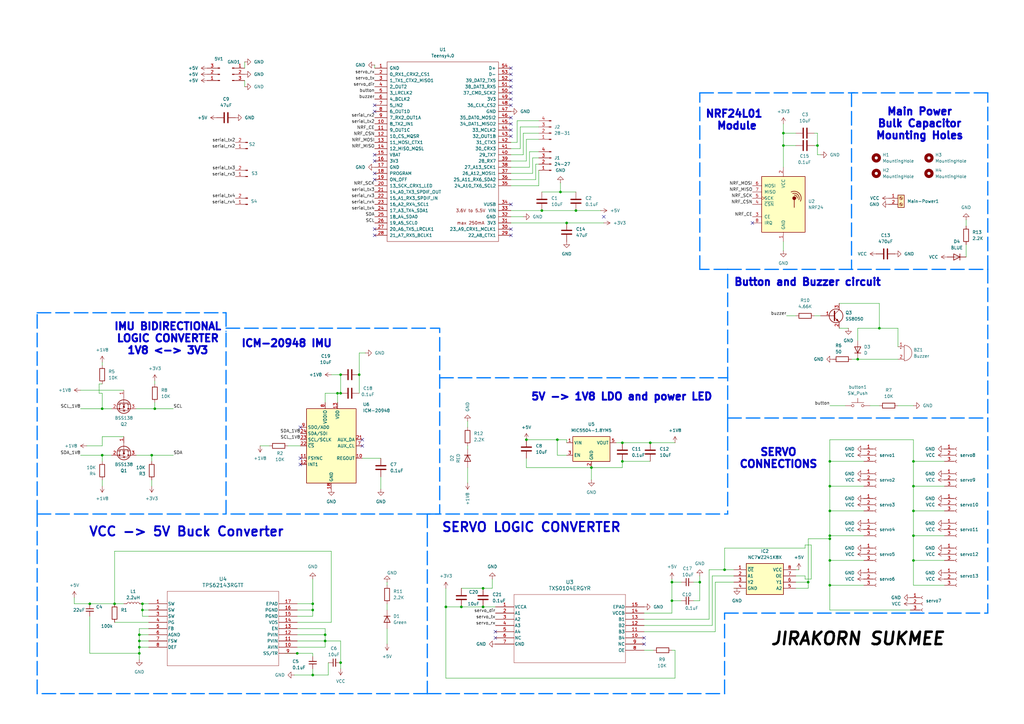
<source format=kicad_sch>
(kicad_sch (version 20231120) (generator "eeschema") (generator_version "8.0")
  (paper "A3")
  (title_block (title "Teensy 4.0 Serial Servo Controller") (date "2025-01-12") (rev "V0.2"))
  (junction (at 321.31 59.69))
  (junction (at 138.43 161.29))
  (junction (at 340.36 229.87))
  (junction (at 139.7 153.67))
  (junction (at 232.41 91.44))
  (junction (at 335.28 59.69))
  (junction (at 128.27 250.19))
  (junction (at 255.27 189.23))
  (junction (at 62.23 186.69))
  (junction (at 360.68 134.62))
  (junction (at 215.9 180.34))
  (junction (at 222.25 86.36))
  (junction (at 374.65 209.55))
  (junction (at 57.15 262.89))
  (junction (at 198.12 241.3))
  (junction (at 255.27 181.61))
  (junction (at 63.5 167.64))
  (junction (at 133.35 262.89))
  (junction (at 229.87 78.74))
  (junction (at 275.59 238.76))
  (junction (at 340.36 189.23))
  (junction (at 139.7 271.78))
  (junction (at 57.15 265.43))
  (junction (at 189.23 248.92))
  (junction (at 374.65 199.39))
  (junction (at 147.32 153.67))
  (junction (at 121.92 267.97))
  (junction (at 133.35 260.35))
  (junction (at 46.99 247.65))
  (junction (at 374.65 219.71))
  (junction (at 374.65 189.23))
  (junction (at 266.7 181.61))
  (junction (at 58.42 250.19))
  (junction (at 321.31 54.61))
  (junction (at 374.65 229.87))
  (junction (at 236.22 86.36))
  (junction (at 331.47 238.76))
  (junction (at 128.27 247.65))
  (junction (at 275.59 246.38))
  (junction (at 57.15 260.35))
  (junction (at 228.6 180.34))
  (junction (at 182.88 248.92))
  (junction (at 340.36 209.55))
  (junction (at 287.02 238.76))
  (junction (at 340.36 199.39))
  (junction (at 340.36 240.03))
  (junction (at 340.36 220.98))
  (junction (at 36.83 247.65))
  (junction (at 128.27 276.86))
  (junction (at 351.79 147.32))
  (junction (at 41.91 167.64))
  (junction (at 58.42 247.65))
  (junction (at 340.36 219.71))
  (junction (at 198.12 248.92))
  (junction (at 297.18 233.68))
  (junction (at 41.91 186.69))
  (junction (at 139.7 161.29))
  (junction (at 242.57 191.77))
  (junction (at 57.15 267.97))
  (no_connect (at 209.55 55.88))
  (no_connect (at 148.59 180.34))
  (no_connect (at 247.65 88.9))
  (no_connect (at 308.61 91.44))
  (no_connect (at 153.67 43.18))
  (no_connect (at 264.16 261.62))
  (no_connect (at 153.67 96.52))
  (no_connect (at 209.55 35.56))
  (no_connect (at 209.55 43.18))
  (no_connect (at 209.55 38.1))
  (no_connect (at 123.19 175.26))
  (no_connect (at 209.55 53.34))
  (no_connect (at 153.67 93.98))
  (no_connect (at 203.2 261.62))
  (no_connect (at 209.55 93.98))
  (no_connect (at 148.59 182.88))
  (no_connect (at 209.55 96.52))
  (no_connect (at 209.55 33.02))
  (no_connect (at 209.55 27.94))
  (no_connect (at 123.19 190.5))
  (no_connect (at 264.16 264.16))
  (no_connect (at 123.19 187.96))
  (no_connect (at 153.67 63.5))
  (no_connect (at 209.55 83.82))
  (no_connect (at 153.67 45.72))
  (no_connect (at 209.55 50.8))
  (no_connect (at 209.55 40.64))
  (no_connect (at 153.67 73.66))
  (no_connect (at 209.55 30.48))
  (no_connect (at 153.67 66.04))
  (no_connect (at 203.2 259.08))
  (no_connect (at 209.55 48.26))
  (no_connect (at 153.67 71.12))
  (wire (pts (xy 40.64 161.29) (xy 41.91 161.29)))
  (wire (pts (xy 326.39 238.76) (xy 331.47 238.76)))
  (wire (pts (xy 58.42 250.19) (xy 60.96 250.19)))
  (polyline (pts (xy 298.45 110.49) (xy 405.13 110.49)) (stroke (width 0.508) (type dash) (color 0 125 255 1)))
  (wire (pts (xy 191.77 198.12) (xy 191.77 191.77)))
  (wire (pts (xy 334.01 54.61) (xy 335.28 54.61)))
  (wire (pts (xy 63.5 167.64) (xy 63.5 165.1)))
  (wire (pts (xy 100.33 25.4) (xy 100.33 27.94)))
  (wire (pts (xy 330.2 236.22) (xy 326.39 236.22)))
  (wire (pts (xy 374.65 189.23) (xy 374.65 199.39)))
  (wire (pts (xy 374.65 189.23) (xy 387.35 189.23)))
  (wire (pts (xy 46.99 226.06) (xy 46.99 247.65)))
  (wire (pts (xy 209.55 73.66) (xy 219.71 73.66)))
  (wire (pts (xy 219.71 73.66) (xy 219.71 67.31)))
  (polyline (pts (xy 298.45 110.49) (xy 287.02 110.49)) (stroke (width 0.508) (type dash) (color 0 125 255 1)))
  (wire (pts (xy 58.42 250.19) (xy 58.42 252.73)))
  (polyline (pts (xy 92.71 128.27) (xy 92.71 135.89)) (stroke (width 0.508) (type dash) (color 0 125 255 1)))
  (wire (pts (xy 182.88 248.92) (xy 182.88 278.13)))
  (wire (pts (xy 158.75 247.65) (xy 158.75 250.19)))
  (polyline (pts (xy 175.26 284.48) (xy 297.18 284.48)) (stroke (width 0.508) (type dash) (color 0 125 255 1)))
  (wire (pts (xy 139.7 271.78) (xy 139.7 274.32)))
  (wire (pts (xy 351.79 139.7) (xy 351.79 134.62)))
  (wire (pts (xy 351.79 147.32) (xy 368.3 147.32)))
  (wire (pts (xy 214.63 54.61) (xy 220.98 54.61)))
  (wire (pts (xy 41.91 186.69) (xy 33.02 186.69)))
  (wire (pts (xy 198.12 248.92) (xy 189.23 248.92)))
  (wire (pts (xy 128.27 267.97) (xy 128.27 269.24)))
  (wire (pts (xy 158.75 238.76) (xy 158.75 240.03)))
  (polyline (pts (xy 15.24 128.27) (xy 92.71 128.27)) (stroke (width 0.508) (type dash) (color 0 125 255 1)))
  (wire (pts (xy 41.91 161.29) (xy 41.91 167.64)))
  (wire (pts (xy 340.36 240.03) (xy 340.36 250.19)))
  (wire (pts (xy 368.3 166.37) (xy 374.65 166.37)))
  (wire (pts (xy 396.24 90.17) (xy 396.24 92.71)))
  (wire (pts (xy 158.75 264.16) (xy 158.75 257.81)))
  (wire (pts (xy 340.36 180.34) (xy 340.36 189.23)))
  (wire (pts (xy 266.7 181.61) (xy 276.86 181.61)))
  (wire (pts (xy 60.96 257.81) (xy 57.15 257.81)))
  (polyline (pts (xy 175.26 210.82) (xy 298.45 210.82)) (stroke (width 0.508) (type dash) (color 0 125 255 1)))
  (wire (pts (xy 100.33 35.56) (xy 100.33 33.02)))
  (wire (pts (xy 36.83 247.65) (xy 46.99 247.65)))
  (wire (pts (xy 128.27 276.86) (xy 128.27 274.32)))
  (wire (pts (xy 215.9 57.15) (xy 220.98 57.15)))
  (wire (pts (xy 147.32 153.67) (xy 147.32 144.78)))
  (wire (pts (xy 133.35 257.81) (xy 133.35 260.35)))
  (wire (pts (xy 182.88 278.13) (xy 276.86 278.13)))
  (wire (pts (xy 344.17 124.46) (xy 360.68 124.46)))
  (wire (pts (xy 340.36 166.37) (xy 346.71 166.37)))
  (wire (pts (xy 58.42 247.65) (xy 58.42 250.19)))
  (wire (pts (xy 229.87 78.74) (xy 236.22 78.74)))
  (wire (pts (xy 215.9 66.04) (xy 215.9 57.15)))
  (wire (pts (xy 297.18 233.68) (xy 297.18 224.79)))
  (wire (pts (xy 209.55 58.42) (xy 212.09 58.42)))
  (wire (pts (xy 321.31 54.61) (xy 321.31 59.69)))
  (wire (pts (xy 41.91 167.64) (xy 45.72 167.64)))
  (wire (pts (xy 41.91 199.39) (xy 41.91 196.85)))
  (wire (pts (xy 331.47 238.76) (xy 331.47 241.3)))
  (wire (pts (xy 275.59 246.38) (xy 275.59 251.46)))
  (wire (pts (xy 374.65 180.34) (xy 374.65 189.23)))
  (wire (pts (xy 374.65 229.87) (xy 387.35 229.87)))
  (wire (pts (xy 229.87 74.93) (xy 229.87 78.74)))
  (wire (pts (xy 209.55 63.5) (xy 214.63 63.5)))
  (wire (pts (xy 279.4 246.38) (xy 275.59 246.38)))
  (wire (pts (xy 212.09 58.42) (xy 212.09 49.53)))
  (wire (pts (xy 264.16 254) (xy 290.83 254)))
  (wire (pts (xy 209.55 86.36) (xy 222.25 86.36)))
  (wire (pts (xy 228.6 180.34) (xy 232.41 180.34)))
  (wire (pts (xy 45.72 186.69) (xy 41.91 186.69)))
  (polyline (pts (xy 15.24 210.82) (xy 92.71 210.82)) (stroke (width 0.508) (type dash) (color 0 125 255 1)))
  (wire (pts (xy 121.92 260.35) (xy 133.35 260.35)))
  (wire (pts (xy 326.39 233.68) (xy 327.66 233.68)))
  (polyline (pts (xy 405.13 171.45) (xy 405.13 251.46)) (stroke (width 0.508) (type dash) (color 0 125 255 1)))
  (wire (pts (xy 321.31 59.69) (xy 321.31 68.58)))
  (wire (pts (xy 118.11 182.88) (xy 123.19 182.88)))
  (wire (pts (xy 58.42 247.65) (xy 60.96 247.65)))
  (wire (pts (xy 134.62 276.86) (xy 128.27 276.86)))
  (wire (pts (xy 215.9 191.77) (xy 242.57 191.77)))
  (wire (pts (xy 50.8 160.02) (xy 33.02 160.02)))
  (polyline (pts (xy 405.13 110.49) (xy 405.13 38.1)) (stroke (width 0.508) (type dash) (color 0 125 255 1)))
  (wire (pts (xy 218.44 64.77) (xy 220.98 64.77)))
  (wire (pts (xy 232.41 180.34) (xy 232.41 181.61)))
  (wire (pts (xy 349.25 147.32) (xy 351.79 147.32)))
  (wire (pts (xy 139.7 153.67) (xy 139.7 161.29)))
  (wire (pts (xy 120.65 276.86) (xy 128.27 276.86)))
  (wire (pts (xy 236.22 86.36) (xy 246.38 86.36)))
  (polyline (pts (xy 180.34 154.94) (xy 298.45 154.94)) (stroke (width 0.508) (type dash) (color 0 125 255 1)))
  (wire (pts (xy 321.31 50.8) (xy 321.31 54.61)))
  (wire (pts (xy 57.15 260.35) (xy 57.15 262.89)))
  (wire (pts (xy 46.99 247.65) (xy 50.8 247.65)))
  (wire (pts (xy 121.92 247.65) (xy 128.27 247.65)))
  (wire (pts (xy 300.99 241.3) (xy 302.26 241.3)))
  (wire (pts (xy 264.16 259.08) (xy 293.37 259.08)))
  (wire (pts (xy 297.18 233.68) (xy 300.99 233.68)))
  (wire (pts (xy 264.16 256.54) (xy 292.1 256.54)))
  (wire (pts (xy 292.1 236.22) (xy 300.99 236.22)))
  (wire (pts (xy 293.37 259.08) (xy 293.37 238.76)))
  (wire (pts (xy 360.68 166.37) (xy 356.87 166.37)))
  (wire (pts (xy 290.83 254) (xy 290.83 233.68)))
  (wire (pts (xy 215.9 187.96) (xy 215.9 191.77)))
  (wire (pts (xy 213.36 52.07) (xy 220.98 52.07)))
  (wire (pts (xy 232.41 91.44) (xy 209.55 91.44)))
  (wire (pts (xy 135.89 153.67) (xy 139.7 153.67)))
  (wire (pts (xy 275.59 238.76) (xy 279.4 238.76)))
  (polyline (pts (xy 405.13 110.49) (xy 405.13 171.45)) (stroke (width 0.508) (type dash) (color 0 125 255 1)))
  (wire (pts (xy 57.15 265.43) (xy 57.15 267.97)))
  (wire (pts (xy 209.55 66.04) (xy 215.9 66.04)))
  (wire (pts (xy 275.59 266.7) (xy 276.86 266.7)))
  (wire (pts (xy 374.65 209.55) (xy 387.35 209.55)))
  (wire (pts (xy 255.27 181.61) (xy 266.7 181.61)))
  (wire (pts (xy 335.28 59.69) (xy 335.28 63.5)))
  (wire (pts (xy 217.17 62.23) (xy 220.98 62.23)))
  (wire (pts (xy 139.7 262.89) (xy 133.35 262.89)))
  (wire (pts (xy 331.47 220.98) (xy 340.36 220.98)))
  (wire (pts (xy 63.5 167.64) (xy 55.88 167.64)))
  (wire (pts (xy 121.92 265.43) (xy 133.35 265.43)))
  (wire (pts (xy 340.36 220.98) (xy 340.36 229.87)))
  (wire (pts (xy 330.2 237.49) (xy 330.2 236.22)))
  (wire (pts (xy 189.23 241.3) (xy 198.12 241.3)))
  (wire (pts (xy 60.96 265.43) (xy 57.15 265.43)))
  (wire (pts (xy 374.65 199.39) (xy 387.35 199.39)))
  (wire (pts (xy 287.02 246.38) (xy 284.48 246.38)))
  (wire (pts (xy 340.36 199.39) (xy 354.33 199.39)))
  (wire (pts (xy 209.55 88.9) (xy 214.63 88.9)))
  (wire (pts (xy 62.23 186.69) (xy 55.88 186.69)))
  (wire (pts (xy 340.36 209.55) (xy 340.36 219.71)))
  (wire (pts (xy 46.99 226.06) (xy 135.89 226.06)))
  (wire (pts (xy 57.15 257.81) (xy 57.15 260.35)))
  (wire (pts (xy 215.9 180.34) (xy 228.6 180.34)))
  (wire (pts (xy 214.63 63.5) (xy 214.63 54.61)))
  (polyline (pts (xy 287.02 110.49) (xy 287.02 38.1)) (stroke (width 0.508) (type dash) (color 0 125 255 1)))
  (wire (pts (xy 58.42 252.73) (xy 60.96 252.73)))
  (wire (pts (xy 139.7 262.89) (xy 139.7 271.78)))
  (wire (pts (xy 135.89 255.27) (xy 135.89 226.06)))
  (wire (pts (xy 368.3 134.62) (xy 368.3 142.24)))
  (polyline (pts (xy 349.25 38.1) (xy 349.25 110.49)) (stroke (width 0.508) (type dash) (color 0 125 255 1)))
  (wire (pts (xy 121.92 262.89) (xy 133.35 262.89)))
  (polyline (pts (xy 298.45 171.45) (xy 298.45 110.49)) (stroke (width 0.508) (type dash) (color 0 125 255 1)))
  (wire (pts (xy 213.36 60.96) (xy 213.36 52.07)))
  (wire (pts (xy 252.73 181.61) (xy 255.27 181.61)))
  (wire (pts (xy 41.91 148.59) (xy 41.91 149.86)))
  (wire (pts (xy 134.62 271.78) (xy 134.62 276.86)))
  (wire (pts (xy 30.48 247.65) (xy 36.83 247.65)))
  (wire (pts (xy 201.93 237.49) (xy 201.93 241.3)))
  (wire (pts (xy 219.71 67.31) (xy 220.98 67.31)))
  (wire (pts (xy 284.48 238.76) (xy 287.02 238.76)))
  (wire (pts (xy 148.59 187.96) (xy 156.21 187.96)))
  (wire (pts (xy 57.15 267.97) (xy 57.15 270.51)))
  (wire (pts (xy 57.15 262.89) (xy 57.15 265.43)))
  (wire (pts (xy 30.48 245.11) (xy 30.48 247.65)))
  (wire (pts (xy 292.1 256.54) (xy 292.1 236.22)))
  (wire (pts (xy 133.35 262.89) (xy 133.35 265.43)))
  (wire (pts (xy 212.09 49.53) (xy 220.98 49.53)))
  (wire (pts (xy 41.91 182.88) (xy 35.56 182.88)))
  (wire (pts (xy 290.83 233.68) (xy 297.18 233.68)))
  (wire (pts (xy 71.12 167.64) (xy 63.5 167.64)))
  (wire (pts (xy 46.99 255.27) (xy 60.96 255.27)))
  (wire (pts (xy 128.27 267.97) (xy 121.92 267.97)))
  (wire (pts (xy 340.36 180.34) (xy 374.65 180.34)))
  (polyline (pts (xy 175.26 210.82) (xy 175.26 284.48)) (stroke (width 0.508) (type dash) (color 0 125 255 1)))
  (wire (pts (xy 330.2 223.52) (xy 332.74 223.52)))
  (wire (pts (xy 351.79 134.62) (xy 360.68 134.62)))
  (wire (pts (xy 63.5 156.21) (xy 63.5 157.48)))
  (wire (pts (xy 60.96 262.89) (xy 57.15 262.89)))
  (wire (pts (xy 209.55 71.12) (xy 218.44 71.12)))
  (wire (pts (xy 121.92 252.73) (xy 128.27 252.73)))
  (wire (pts (xy 133.35 260.35) (xy 133.35 262.89)))
  (wire (pts (xy 128.27 250.19) (xy 128.27 247.65)))
  (wire (pts (xy 222.25 86.36) (xy 236.22 86.36)))
  (polyline (pts (xy 15.24 284.48) (xy 15.24 210.82)) (stroke (width 0.508) (type dash) (color 0 125 255 1)))
  (wire (pts (xy 340.36 219.71) (xy 340.36 220.98)))
  (wire (pts (xy 191.77 182.88) (xy 191.77 184.15)))
  (wire (pts (xy 121.92 257.81) (xy 133.35 257.81)))
  (wire (pts (xy 222.25 78.74) (xy 229.87 78.74)))
  (wire (pts (xy 147.32 153.67) (xy 147.32 161.29)))
  (wire (pts (xy 340.36 199.39) (xy 340.36 209.55)))
  (wire (pts (xy 62.23 199.39) (xy 62.23 196.85)))
  (wire (pts (xy 340.36 189.23) (xy 354.33 189.23)))
  (wire (pts (xy 228.6 180.34) (xy 228.6 186.69)))
  (wire (pts (xy 330.2 224.79) (xy 330.2 223.52)))
  (wire (pts (xy 41.91 179.07) (xy 50.8 179.07)))
  (wire (pts (xy 321.31 54.61) (xy 326.39 54.61)))
  (wire (pts (xy 138.43 161.29) (xy 138.43 165.1)))
  (wire (pts (xy 374.65 199.39) (xy 374.65 209.55)))
  (wire (pts (xy 220.98 76.2) (xy 220.98 69.85)))
  (wire (pts (xy 228.6 186.69) (xy 232.41 186.69)))
  (wire (pts (xy 60.96 260.35) (xy 57.15 260.35)))
  (wire (pts (xy 332.74 223.52) (xy 332.74 237.49)))
  (wire (pts (xy 128.27 247.65) (xy 128.27 237.49)))
  (wire (pts (xy 335.28 63.5) (xy 336.55 63.5)))
  (wire (pts (xy 40.64 157.48) (xy 40.64 161.29)))
  (wire (pts (xy 331.47 220.98) (xy 331.47 238.76)))
  (wire (pts (xy 209.55 76.2) (xy 220.98 76.2)))
  (wire (pts (xy 374.65 209.55) (xy 374.65 219.71)))
  (wire (pts (xy 360.68 124.46) (xy 360.68 134.62)))
  (wire (pts (xy 374.65 219.71) (xy 387.35 219.71)))
  (wire (pts (xy 139.7 161.29) (xy 138.43 161.29)))
  (wire (pts (xy 242.57 196.85) (xy 242.57 191.77)))
  (wire (pts (xy 275.59 237.49) (xy 275.59 238.76)))
  (wire (pts (xy 264.16 266.7) (xy 267.97 266.7)))
  (wire (pts (xy 128.27 252.73) (xy 128.27 250.19)))
  (polyline (pts (xy 297.18 284.48) (xy 297.18 251.46)) (stroke (width 0.508) (type dash) (color 0 125 255 1)))
  (wire (pts (xy 334.01 59.69) (xy 335.28 59.69)))
  (wire (pts (xy 340.36 250.19) (xy 373.38 250.19)))
  (wire (pts (xy 255.27 191.77) (xy 242.57 191.77)))
  (wire (pts (xy 153.67 26.67) (xy 153.67 27.94)))
  (wire (pts (xy 332.74 237.49) (xy 330.2 237.49)))
  (wire (pts (xy 374.65 240.03) (xy 387.35 240.03)))
  (wire (pts (xy 182.88 248.92) (xy 182.88 241.3)))
  (wire (pts (xy 106.68 182.88) (xy 110.49 182.88)))
  (wire (pts (xy 147.32 144.78) (xy 149.86 144.78)))
  (wire (pts (xy 335.28 54.61) (xy 335.28 59.69)))
  (polyline (pts (xy 175.26 284.48) (xy 15.24 284.48)) (stroke (width 0.508) (type dash) (color 0 125 255 1)))
  (wire (pts (xy 287.02 236.22) (xy 287.02 238.76)))
  (wire (pts (xy 321.31 99.06) (xy 321.31 102.87)))
  (wire (pts (xy 334.01 129.54) (xy 336.55 129.54)))
  (wire (pts (xy 41.91 189.23) (xy 41.91 186.69)))
  (wire (pts (xy 340.36 189.23) (xy 340.36 199.39)))
  (wire (pts (xy 41.91 182.88) (xy 41.91 179.07)))
  (wire (pts (xy 326.39 241.3) (xy 331.47 241.3)))
  (wire (pts (xy 209.55 68.58) (xy 217.17 68.58)))
  (wire (pts (xy 247.65 91.44) (xy 232.41 91.44)))
  (polyline (pts (xy 297.18 251.46) (xy 405.13 251.46)) (stroke (width 0.508) (type dash) (color 0 125 255 1)))
  (wire (pts (xy 293.37 238.76) (xy 300.99 238.76)))
  (polyline (pts (xy 15.24 210.82) (xy 15.24 128.27)) (stroke (width 0.508) (type dash) (color 0 125 255 1)))
  (wire (pts (xy 360.68 134.62) (xy 368.3 134.62)))
  (wire (pts (xy 297.18 224.79) (xy 330.2 224.79)))
  (wire (pts (xy 354.33 219.71) (xy 340.36 219.71)))
  (wire (pts (xy 121.92 250.19) (xy 128.27 250.19)))
  (wire (pts (xy 62.23 189.23) (xy 62.23 186.69)))
  (wire (pts (xy 201.93 241.3) (xy 198.12 241.3)))
  (wire (pts (xy 347.98 134.62) (xy 344.17 134.62)))
  (wire (pts (xy 340.36 240.03) (xy 354.33 240.03)))
  (wire (pts (xy 275.59 251.46) (xy 264.16 251.46)))
  (wire (pts (xy 322.58 129.54) (xy 326.39 129.54)))
  (wire (pts (xy 374.65 219.71) (xy 374.65 229.87)))
  (wire (pts (xy 71.12 186.69) (xy 62.23 186.69)))
  (wire (pts (xy 340.36 229.87) (xy 340.36 240.03)))
  (wire (pts (xy 287.02 238.76) (xy 287.02 246.38)))
  (polyline (pts (xy 298.45 171.45) (xy 298.45 210.82)) (stroke (width 0.508) (type dash) (color 0 125 255 1)))
  (wire (pts (xy 36.83 252.73) (xy 36.83 267.97)))
  (wire (pts (xy 121.92 255.27) (xy 135.89 255.27)))
  (wire (pts (xy 218.44 71.12) (xy 218.44 64.77)))
  (polyline (pts (xy 287.02 38.1) (xy 350.52 38.1)) (stroke (width 0.508) (type dash) (color 0 125 255 1)))
  (wire (pts (xy 191.77 172.72) (xy 191.77 175.26)))
  (wire (pts (xy 255.27 189.23) (xy 255.27 191.77)))
  (wire (pts (xy 340.36 209.55) (xy 354.33 209.55)))
  (wire (pts (xy 340.36 229.87) (xy 354.33 229.87)))
  (wire (pts (xy 133.35 161.29) (xy 133.35 165.1)))
  (wire (pts (xy 209.55 60.96) (xy 213.36 60.96)))
  (wire (pts (xy 255.27 189.23) (xy 266.7 189.23)))
  (wire (pts (xy 217.17 68.58) (xy 217.17 62.23)))
  (wire (pts (xy 396.24 100.33) (xy 396.24 105.41)))
  (wire (pts (xy 276.86 266.7) (xy 276.86 278.13)))
  (wire (pts (xy 275.59 238.76) (xy 275.59 246.38)))
  (wire (pts (xy 41.91 157.48) (xy 40.64 157.48)))
  (polyline (pts (xy 405.13 38.1) (xy 349.25 38.1)) (stroke (width 0.508) (type dash) (color 0 125 255 1)))
  (wire (pts (xy 156.21 195.58) (xy 156.21 200.66)))
  (wire (pts (xy 36.83 267.97) (xy 57.15 267.97)))
  (polyline (pts (xy 298.45 171.45) (xy 405.13 171.45)) (stroke (width 0.508) (type dash) (color 0 125 255 1)))
  (wire (pts (xy 116.84 267.97) (xy 121.92 267.97)))
  (wire (pts (xy 321.31 59.69) (xy 326.39 59.69)))
  (wire (pts (xy 33.02 167.64) (xy 41.91 167.64)))
  (wire (pts (xy 138.43 161.29) (xy 133.35 161.29)))
  (wire (pts (xy 189.23 248.92) (xy 182.88 248.92)))
  (wire (pts (xy 374.65 229.87) (xy 374.65 240.03)))
  (wire (pts (xy 203.2 248.92) (xy 198.12 248.92)))
  (rectangle (start 92.71 134.62) (end 180.34 210.82) (stroke (width 0.508) (type dash) (color 0 125 255 1)))
  (text "VCC -> 5V Buck Converter" (at 76.454 218.186 0) (effects (font (size 3.81 3.81) (thickness 0.762) (bold yes))))
  (text "JIRAKORN SUKMEE" (at 351.79 262.128 0) (effects (font (size 5.08 5.08) (thickness 1.016) (bold yes) (italic yes))))
  (text "IMU BIDIRECTIONAL\nLOGIC CONVERTER\n1V8 <-> 3V3" (at 68.834 138.938 0) (effects (font (size 3.048 3.048) (thickness 0.762) (bold yes))))
  (text "Button and Buzzer circuit" (at 331.216 115.824 0) (effects (font (size 3.048 3.048) (thickness 0.762) (bold yes))))
  (text "NRF24L01 \nModule\n" (at 302.26 49.276 0) (effects (font (size 3.048 3.048) (thickness 0.762) (bold yes))))
  (text "Main Power\nBulk Capacitor\nMounting Holes" (at 377.19 50.8 0) (effects (font (size 3.048 3.048) (thickness 0.762) (bold yes))))
  (text "SERVO\nCONNECTIONS\n\n" (at 319.278 190.5 0) (effects (font (size 3.048 3.048) (thickness 0.762) (bold yes))))
  (text "ICM-20948 IMU\n" (at 117.602 140.97 0) (effects (font (size 3.048 3.048) (thickness 0.762) (bold yes))))
  (text "5V -> 1V8 LDO and power LED\n" (at 255.016 162.814 0) (effects (font (size 3.048 3.048) (thickness 0.762) (bold yes))))
  (text "SERVO LOGIC CONVERTER\n" (at 217.932 216.408 0) (effects (font (size 3.81 3.81) (thickness 0.762) (bold yes))))
  (label "serial_tx3" (at 96.52 69.85 180))
  (label "SDA_1V8" (at 33.02 186.69 180))
  (label "serial_tx2" (at 96.52 58.42 180))
  (label "SCL_1V8" (at 33.02 167.64 180))
  (label "serial_tx3" (at 153.67 78.74 180))
  (label "SDA" (at 153.67 88.9 180))
  (label "serial_rx3" (at 96.52 72.39 180))
  (label "SCL" (at 71.12 167.64 0))
  (label "buzzer" (at 153.67 40.64 180))
  (label "NRF_CE" (at 308.61 88.9 180))
  (label "serial_rx2" (at 96.52 60.96 180))
  (label "NRF_CE" (at 153.67 53.34 180))
  (label "NRF_MOSI" (at 308.61 76.2 180))
  (label "SDA" (at 71.12 186.69 0))
  (label "serial_rx4" (at 153.67 83.82 180))
  (label "NRF_SCK" (at 153.67 76.2 180))
  (label "NRF_MISO" (at 153.67 60.96 180))
  (label "serial_rx3" (at 153.67 81.28 180))
  (label "servo_tx" (at 153.67 33.02 180))
  (label "SDA_1V8" (at 123.19 177.8 180))
  (label "servo_dir" (at 203.2 251.46 180))
  (label "NRF_MOSI" (at 153.67 58.42 180))
  (label "button" (at 153.67 38.1 180))
  (label "SCL_1V8" (at 123.19 180.34 180))
  (label "NRF_MISO" (at 308.61 78.74 180))
  (label "servo_dir" (at 153.67 35.56 180))
  (label "NRF_CSN" (at 308.61 83.82 180))
  (label "button" (at 340.36 166.37 180))
  (label "serial_tx2" (at 153.67 50.8 180))
  (label "serial_tx4" (at 153.67 86.36 180))
  (label "servo_rx" (at 203.2 256.54 180))
  (label "SCL" (at 153.67 91.44 180))
  (label "serial_rx4" (at 96.52 83.82 180))
  (label "serial_rx2" (at 153.67 48.26 180))
  (label "NRF_SCK" (at 308.61 81.28 180))
  (label "buzzer" (at 322.58 129.54 180))
  (label "serial_tx4" (at 96.52 81.28 180))
  (label "servo_tx" (at 203.2 254 180))
  (label "NRF_CSN" (at 153.67 55.88 180))
  (label "servo_rx" (at 153.67 30.48 180))
  (symbol (lib_id "power:GND") (at 158.75 238.76 180) (unit 1)
    (property "Reference" "#PWR069" (effects (hide yes)))
    (property "Value" "GND" (at 158.7499 234.95 0) (effects (justify right)))
    (property "Description" "Power symbol creates a global label with name \"GND\" , ground" (effects (hide yes)))
  )
  (symbol (lib_id "power:VCC") (at 388.62 105.41 90) (unit 1)
    (property "Reference" "#PWR084" (effects (hide yes)))
    (property "Value" "VCC" (at 384.81 105.4099 90) (effects (justify left)))
    (property "Description" "Power symbol creates a global label with name \"VCC\"" (effects (hide yes)))
  )
  (symbol (lib_id "Device:C") (at 330.2 54.61 90) (unit 1)
    (property "Reference" "C3" (at 330.2 46.99 90))
    (property "Value" "10uF" (at 330.2 49.53 90))
    (property "Footprint" "Capacitor_SMD:C_0805_2012Metric_Pad1.18x1.45mm_HandSolder" (effects (hide yes)))
    (property "Description" "Unpolarized capacitor" (effects (hide yes)))
  )
  (symbol (lib_id "Connector:Conn_01x02_Pin") (at 101.6 72.39 180) (unit 1)
    (property "Reference" "S3" (at 104.394 71.12 0))
    (property "Value" "SERIAL8" (effects (hide yes)))
    (property "Footprint" "Connector_PinHeader_2.54mm:PinHeader_1x02_P2.54mm_Vertical" (effects (hide yes)))
    (property "Description" "Generic connector, single row, 01x02, script generated" (effects (hide yes)))
  )
  (symbol (lib_id "RF:NRF24L01_Breakout") (at 321.31 83.82 0) (unit 1)
    (property "Reference" "U2" (at 331.47 82.5499 0) (effects (justify left)))
    (property "Value" "NRF24" (at 331.47 85.0899 0) (effects (justify left)))
    (property "Footprint" "RF_Module:nRF24L01_Breakout" (effects (hide yes)))
    (property "Datasheet" "http://www.nordicsemi.com/eng/content/download/2730/34105/file/nRF24L01_Product_Specification_v2_0.pdf" (effects (hide yes)))
    (property "Description" "Ultra low power 2.4GHz RF Transceiver, Carrier PCB" (effects (hide yes)))
  )
  (symbol (lib_id "Connector:Conn_01x03_Socket") (at 392.43 217.17 0) (unit 1)
    (property "Reference" "servo11" (at 393.7 217.1699 0) (effects (justify left)))
    (property "Value" "Conn_01x03_Socket" (effects (hide yes)))
    (property "Footprint" "Connector_JST:JST_PH_B3B-PH-K_1x03_P2.00mm_Vertical" (effects (hide yes)))
    (property "Description" "Generic connector, single row, 01x03, script generated" (effects (hide yes)))
  )
  (symbol (lib_id "power:VCC") (at 354.33 237.49 90) (unit 1)
    (property "Reference" "#PWR037" (effects (hide yes)))
    (property "Value" "VCC" (at 350.52 237.4899 90) (effects (justify left)))
    (property "Description" "Power symbol creates a global label with name \"VCC\"" (effects (hide yes)))
  )
  (symbol (lib_id "power:+5V") (at 85.09 27.94 90) (unit 1)
    (property "Reference" "#PWR078" (effects (hide yes)))
    (property "Value" "+5V" (at 81.28 27.9399 90) (effects (justify left)))
    (property "Description" "Power symbol creates a global label with name \"+5V\"" (effects (hide yes)))
  )
  (symbol (lib_id "power:GND") (at 387.35 204.47 270) (unit 1)
    (property "Reference" "#PWR044" (effects (hide yes)))
    (property "Value" "GND" (at 383.54 204.4699 90) (effects (justify right)))
    (property "Description" "Power symbol creates a global label with name \"GND\" , ground" (effects (hide yes)))
  )
  (symbol (lib_id "power:+5V") (at 30.48 245.11 0) (unit 1)
    (property "Reference" "#PWR09" (effects (hide yes)))
    (property "Value" "+5V" (at 30.48 240.03 0))
    (property "Description" "Power symbol creates a global label with name \"+5V\"" (effects (hide yes)))
  )
  (symbol (lib_id "power:+3V3") (at 321.31 50.8 0) (unit 1)
    (property "Reference" "#PWR06" (effects (hide yes)))
    (property "Value" "+3V3" (at 321.31 45.72 0))
    (property "Description" "Power symbol creates a global label with name \"+3V3\"" (effects (hide yes)))
  )
  (symbol (lib_id "power:GND") (at 153.67 68.58 270) (unit 1)
    (property "Reference" "#PWR052" (effects (hide yes)))
    (property "Value" "GND" (at 149.86 68.5799 90) (effects (justify right)))
    (property "Description" "Power symbol creates a global label with name \"GND\" , ground" (effects (hide yes)))
  )
  (symbol (lib_id "power:GND") (at 364.49 83.82 270) (unit 1)
    (property "Reference" "#PWR05" (effects (hide yes)))
    (property "Value" "GND" (at 360.68 83.8199 90) (effects (justify right)))
    (property "Description" "Power symbol creates a global label with name \"GND\" , ground" (effects (hide yes)))
  )
  (symbol (lib_id "Device:C") (at 156.21 191.77 180) (unit 1)
    (property "Reference" "C7" (at 160.02 190.4999 0) (effects (justify right)))
    (property "Value" "0.1uF" (at 160.02 193.0399 0) (effects (justify right)))
    (property "Footprint" "Capacitor_SMD:C_0805_2012Metric_Pad1.18x1.45mm_HandSolder" (effects (hide yes)))
    (property "Description" "Unpolarized capacitor" (effects (hide yes)))
  )
  (symbol (lib_id "Switch:SW_Push") (at 351.79 166.37 0) (unit 1)
    (property "Reference" "button1" (at 351.79 158.75 0))
    (property "Value" "SW_Push" (at 351.79 161.29 0))
    (property "Footprint" "Button_Switch_THT:SW_PUSH_6mm" (effects (hide yes)))
    (property "Description" "Push button switch, generic, two pins" (effects (hide yes)))
  )
  (symbol (lib_id "power:GND") (at 387.35 214.63 270) (unit 1)
    (property "Reference" "#PWR046" (effects (hide yes)))
    (property "Value" "GND" (at 383.54 214.6299 90) (effects (justify right)))
    (property "Description" "Power symbol creates a global label with name \"GND\" , ground" (effects (hide yes)))
  )
  (symbol (lib_id "Sensor_Motion:ICM-20948") (at 135.89 182.88 0) (unit 1)
    (property "Reference" "U6" (at 148.844 165.862 0) (effects (justify left)))
    (property "Value" "ICM-20948" (at 148.844 168.402 0) (effects (justify left)))
    (property "Footprint" "Sensor_Motion:InvenSense_QFN-24_3x3mm_P0.4mm" (effects (hide yes)))
    (property "Datasheet" "http://www.invensense.com/wp-content/uploads/2016/06/DS-000189-ICM-20948-v1.3.pdf" (effects (hide yes)))
    (property "Description" "InvenSense 9-Axis Motion Sensor, Accelerometer, Gyroscope, Compass, I2C/SPI, QFN-24" (effects (hide yes)))
  )
  (symbol (lib_id "power:VCC") (at 354.33 227.33 90) (unit 1)
    (property "Reference" "#PWR035" (effects (hide yes)))
    (property "Value" "VCC" (at 350.52 227.3299 90) (effects (justify left)))
    (property "Description" "Power symbol creates a global label with name \"VCC\"" (effects (hide yes)))
  )
  (symbol (lib_id "Connector:Conn_01x03_Pin") (at 90.17 30.48 180) (unit 1)
    (property "Reference" "5V1" (at 87.884 24.13 0) (effects (justify right)))
    (property "Value" "Conn_01x03_Pin" (effects (hide yes)))
    (property "Footprint" "Connector_PinHeader_2.54mm:PinHeader_1x03_P2.54mm_Vertical" (effects (hide yes)))
    (property "Description" "Generic connector, single row, 01x03, script generated" (effects (hide yes)))
  )
  (symbol (lib_id "power:GND") (at 96.52 48.26 90) (unit 1)
    (property "Reference" "#PWR082" (effects (hide yes)))
    (property "Value" "GND" (at 100.33 48.2599 90) (effects (justify right)))
    (property "Description" "Power symbol creates a global label with name \"GND\" , ground" (effects (hide yes)))
  )
  (symbol (lib_id "Transistor_BJT:SS8050") (at 341.63 129.54 0) (unit 1)
    (property "Reference" "Q3" (at 346.71 128.2699 0) (effects (justify left)))
    (property "Value" "SS8050" (at 346.71 130.8099 0) (effects (justify left)))
    (property "Footprint" "Package_TO_SOT_SMD:SOT-23" (effects (hide yes)))
    (property "Datasheet" "http://www.secosgmbh.com/datasheet/products/SSMPTransistor/SOT-23/SS8050.pdf" (effects (hide yes)))
    (property "Description" "General Purpose NPN Transistor, 1.5A Ic, 25V Vce, SOT-23" (effects (hide yes)))
  )
  (symbol (lib_id "Device:R") (at 46.99 251.46 0) (unit 1)
    (property "Reference" "R1" (at 49.53 250.1899 0) (effects (justify left)))
    (property "Value" "100k" (at 41.402 256.794 0) (effects (justify left)))
    (property "Footprint" "Resistor_SMD:R_0805_2012Metric_Pad1.20x1.40mm_HandSolder" (effects (hide yes)))
    (property "Description" "Resistor" (effects (hide yes)))
  )
  (symbol (lib_id "power:GND") (at 191.77 172.72 180) (unit 1)
    (property "Reference" "#PWR058" (effects (hide yes)))
    (property "Value" "GND" (at 191.77 168.91 90) (effects (justify right)))
    (property "Description" "Power symbol creates a global label with name \"GND\" , ground" (effects (hide yes)))
  )
  (symbol (lib_id "Connector:Conn_01x03_Pin") (at 95.25 30.48 0) (unit 1)
    (property "Reference" "GND1" (at 95.885 25.4 0))
    (property "Value" "Conn_01x03_Pin" (effects (hide yes)))
    (property "Footprint" "Connector_PinHeader_2.54mm:PinHeader_1x03_P2.54mm_Vertical" (effects (hide yes)))
    (property "Description" "Generic connector, single row, 01x03, script generated" (effects (hide yes)))
  )
  (symbol (lib_id "power:GND") (at 153.67 26.67 270) (unit 1)
    (property "Reference" "#PWR053" (effects (hide yes)))
    (property "Value" "GND" (at 149.86 26.6699 90) (effects (justify right)))
    (property "Description" "Power symbol creates a global label with name \"GND\" , ground" (effects (hide yes)))
  )
  (symbol (lib_id "power:+5V") (at 215.9 180.34 0) (unit 1)
    (property "Reference" "#PWR018" (effects (hide yes)))
    (property "Value" "+5V" (at 215.9 175.26 0))
    (property "Description" "Power symbol creates a global label with name \"+5V\"" (effects (hide yes)))
  )
  (symbol (lib_id "Device:R") (at 396.24 96.52 0) (unit 1)
    (property "Reference" "R13" (at 398.78 95.2499 0) (effects (justify left)))
    (property "Value" "2.2K" (at 398.78 97.7899 0) (effects (justify left)))
    (property "Footprint" "Resistor_SMD:R_0805_2012Metric_Pad1.20x1.40mm_HandSolder" (effects (hide yes)))
    (property "Description" "Resistor" (effects (hide yes)))
  )
  (symbol (lib_id "power:+1V8") (at 41.91 199.39 180) (unit 1)
    (property "Reference" "#PWR065" (effects (hide yes)))
    (property "Value" "+1V8" (at 41.91 204.47 0))
    (property "Description" "Power symbol creates a global label with name \"+1V8\"" (effects (hide yes)))
  )
  (symbol (lib_id "power:GND") (at 373.38 245.11 270) (unit 1)
    (property "Reference" "#PWR038" (effects (hide yes)))
    (property "Value" "GND" (at 369.57 245.1099 90) (effects (justify right)))
    (property "Description" "Power symbol creates a global label with name \"GND\" , ground" (effects (hide yes)))
  )
  (symbol (lib_id "Device:R") (at 364.49 166.37 90) (unit 1)
    (property "Reference" "R7" (at 364.49 160.02 90))
    (property "Value" "10K" (at 364.49 162.56 90))
    (property "Footprint" "Resistor_SMD:R_0805_2012Metric_Pad1.20x1.40mm_HandSolder" (effects (hide yes)))
    (property "Description" "Resistor" (effects (hide yes)))
  )
  (symbol (lib_id "power:GND") (at 321.31 102.87 0) (unit 1)
    (property "Reference" "#PWR08" (effects (hide yes)))
    (property "Value" "GND" (at 321.31 107.95 0))
    (property "Description" "Power symbol creates a global label with name \"GND\" , ground" (effects (hide yes)))
  )
  (symbol (lib_id "power:VCC") (at 354.33 217.17 90) (unit 1)
    (property "Reference" "#PWR033" (effects (hide yes)))
    (property "Value" "VCC" (at 350.52 217.1699 90) (effects (justify left)))
    (property "Description" "Power symbol creates a global label with name \"VCC\"" (effects (hide yes)))
  )
  (symbol (lib_id "Device:R") (at 41.91 153.67 0) (unit 1)
    (property "Reference" "R5" (at 44.45 152.3999 0) (effects (justify left)))
    (property "Value" "10K" (at 44.45 154.9399 0) (effects (justify left)))
    (property "Footprint" "Resistor_SMD:R_0805_2012Metric_Pad1.20x1.40mm_HandSolder" (effects (hide yes)))
    (property "Description" "Resistor" (effects (hide yes)))
  )
  (symbol (lib_id "power:GND") (at 229.87 74.93 180) (unit 1)
    (property "Reference" "#PWR01" (effects (hide yes)))
    (property "Value" "GND" (at 229.87 69.85 0))
    (property "Description" "Power symbol creates a global label with name \"GND\" , ground" (effects (hide yes)))
  )
  (symbol (lib_id "power:GND") (at 120.65 276.86 270) (unit 1)
    (property "Reference" "#PWR011" (effects (hide yes)))
    (property "Value" "GND" (at 116.84 276.8599 90) (effects (justify right)))
    (property "Description" "Power symbol creates a global label with name \"GND\" , ground" (effects (hide yes)))
  )
  (symbol (lib_id "Mechanical:MountingHole") (at 359.41 64.77 0) (unit 1) (exclude_from_sim yes) (in_bom no)
    (property "Reference" "H1" (at 361.95 63.4999 0) (effects (justify left)))
    (property "Value" "MountingHole" (at 361.95 66.0399 0) (effects (justify left)))
    (property "Footprint" "MountingHole:MountingHole_3.2mm_M3" (effects (hide yes)))
    (property "Description" "Mounting Hole without connection" (effects (hide yes)))
  )
  (symbol (lib_id "power:+5V") (at 158.75 264.16 180) (unit 1)
    (property "Reference" "#PWR070" (effects (hide yes)))
    (property "Value" "+5V" (at 158.75 269.24 0))
    (property "Description" "Power symbol creates a global label with name \"+5V\"" (effects (hide yes)))
  )
  (symbol (lib_id "power:VCC") (at 364.49 81.28 90) (unit 1)
    (property "Reference" "#PWR04" (effects (hide yes)))
    (property "Value" "VCC" (at 360.68 81.2799 90) (effects (justify left)))
    (property "Description" "Power symbol creates a global label with name \"VCC\"" (effects (hide yes)))
  )
  (symbol (lib_id "Device:D") (at 158.75 254 270) (unit 1)
    (property "Reference" "D1" (at 161.29 252.7299 90) (effects (justify left)))
    (property "Value" "Green" (at 161.29 255.2699 90) (effects (justify left)))
    (property "Footprint" "Diode_SMD:D_0805_2012Metric" (effects (hide yes)))
    (property "Description" "Diode" (effects (hide yes)))
    (property "Sim.Device" "D" (effects (hide yes)))
    (property "Sim.Pins" "1=K 2=A" (effects (hide yes)))
  )
  (symbol (lib_id "Connector:Conn_01x03_Socket") (at 378.46 247.65 0) (unit 1)
    (property "Reference" "servo7" (at 379.73 246.3799 0) (effects (justify left)))
    (property "Value" "Conn_01x03_Socket" (effects (hide yes)))
    (property "Footprint" "Connector_JST:JST_PH_B3B-PH-K_1x03_P2.00mm_Vertical" (effects (hide yes)))
    (property "Description" "Generic connector, single row, 01x03, script generated" (effects (hide yes)))
  )
  (symbol (lib_id "power:+3V3") (at 62.23 199.39 180) (unit 1)
    (property "Reference" "#PWR064" (effects (hide yes)))
    (property "Value" "+3V3" (at 62.23 204.47 0))
    (property "Description" "Power symbol creates a global label with name \"+3V3\"" (effects (hide yes)))
  )
  (symbol (lib_id "Device:C_Small") (at 281.94 246.38 90) (unit 1)
    (property "Reference" "C10" (at 281.686 243.84 90))
    (property "Value" "0.1uF" (at 283.718 249.428 90))
    (property "Footprint" "Capacitor_SMD:C_0805_2012Metric_Pad1.18x1.45mm_HandSolder" (effects (hide yes)))
    (property "Description" "Unpolarized capacitor, small symbol" (effects (hide yes)))
  )
  (symbol (lib_id "Connector:Conn_01x03_Socket") (at 392.43 207.01 0) (unit 1)
    (property "Reference" "servo10" (at 393.7 207.0099 0) (effects (justify left)))
    (property "Value" "Conn_01x03_Socket" (effects (hide yes)))
    (property "Footprint" "Connector_JST:JST_PH_B3B-PH-K_1x03_P2.00mm_Vertical" (effects (hide yes)))
    (property "Description" "Generic connector, single row, 01x03, script generated" (effects (hide yes)))
  )
  (symbol (lib_id "Connector:Conn_01x02_Pin") (at 101.6 83.82 180) (unit 1)
    (property "Reference" "S4" (at 102.87 82.5499 0) (effects (justify right)))
    (property "Value" "SERIAL7" (effects (hide yes)))
    (property "Footprint" "Connector_PinHeader_2.54mm:PinHeader_1x02_P2.54mm_Vertical" (effects (hide yes)))
    (property "Description" "Generic connector, single row, 01x02, script generated" (effects (hide yes)))
  )
  (symbol (lib_id "power:+5V") (at 246.38 86.36 270) (unit 1)
    (property "Reference" "#PWR02" (effects (hide yes)))
    (property "Value" "+5V" (at 250.19 86.3599 90) (effects (justify left)))
    (property "Description" "Power symbol creates a global label with name \"+5V\"" (effects (hide yes)))
  )
  (symbol (lib_id "Connector:Conn_01x03_Socket") (at 359.41 186.69 0) (unit 1)
    (property "Reference" "servo1" (at 360.68 186.6899 0) (effects (justify left)))
    (property "Value" "Conn_01x03_Socket" (effects (hide yes)))
    (property "Footprint" "Connector_JST:JST_PH_B3B-PH-K_1x03_P2.00mm_Vertical" (effects (hide yes)))
    (property "Description" "Generic connector, single row, 01x03, script generated" (effects (hide yes)))
  )
  (symbol (lib_id "power:+3V3") (at 247.65 91.44 270) (unit 1)
    (property "Reference" "#PWR014" (effects (hide yes)))
    (property "Value" "+3V3" (at 251.46 91.4399 90) (effects (justify left)))
    (property "Description" "Power symbol creates a global label with name \"+3V3\"" (effects (hide yes)))
  )
  (symbol (lib_id "Device:C") (at 92.71 48.26 90) (unit 1)
    (property "Reference" "C9" (at 92.71 40.64 90))
    (property "Value" "47uF" (at 92.71 43.18 90))
    (property "Footprint" "Capacitor_SMD:C_0805_2012Metric_Pad1.18x1.45mm_HandSolder" (effects (hide yes)))
    (property "Description" "Unpolarized capacitor" (effects (hide yes)))
  )
  (symbol (lib_id "Connector:Conn_01x03_Socket") (at 359.41 227.33 0) (unit 1)
    (property "Reference" "servo5" (at 360.68 227.3299 0) (effects (justify left)))
    (property "Value" "Conn_01x03_Socket" (effects (hide yes)))
    (property "Footprint" "Connector_JST:JST_PH_B3B-PH-K_1x03_P2.00mm_Vertical" (effects (hide yes)))
    (property "Description" "Generic connector, single row, 01x03, script generated" (effects (hide yes)))
  )
  (symbol (lib_id "Device:R") (at 41.91 193.04 180) (unit 1)
    (property "Reference" "R4" (at 39.37 194.3101 0) (effects (justify left)))
    (property "Value" "10K" (at 39.37 191.7701 0) (effects (justify left)))
    (property "Footprint" "Resistor_SMD:R_0805_2012Metric_Pad1.20x1.40mm_HandSolder" (effects (hide yes)))
    (property "Description" "Resistor" (effects (hide yes)))
  )
  (symbol (lib_id "power:+3V3") (at 182.88 241.3 0) (unit 1)
    (property "Reference" "#PWR073" (effects (hide yes)))
    (property "Value" "+3V3" (at 182.88 236.22 0))
    (property "Description" "Power symbol creates a global label with name \"+3V3\"" (effects (hide yes)))
  )
  (symbol (lib_id "Device:C") (at 215.9 184.15 0) (unit 1)
    (property "Reference" "C8" (at 219.71 182.8799 0) (effects (justify left)))
    (property "Value" "10uF" (at 219.71 185.4199 0) (effects (justify left)))
    (property "Footprint" "Capacitor_SMD:C_0805_2012Metric_Pad1.18x1.45mm_HandSolder" (effects (hide yes)))
    (property "Description" "Unpolarized capacitor" (effects (hide yes)))
  )
  (symbol (lib_id "Connector:Conn_01x03_Socket") (at 392.43 237.49 0) (unit 1)
    (property "Reference" "servo13" (at 393.7 236.2199 0) (effects (justify left)))
    (property "Value" "Conn_01x03_Socket" (effects (hide yes)))
    (property "Footprint" "Connector_JST:JST_PH_B3B-PH-K_1x03_P2.00mm_Vertical" (effects (hide yes)))
    (property "Description" "Generic connector, single row, 01x03, script generated" (effects (hide yes)))
  )
  (symbol (lib_id "power:GND") (at 354.33 194.31 270) (unit 1)
    (property "Reference" "#PWR028" (effects (hide yes)))
    (property "Value" "GND" (at 350.52 194.3099 90) (effects (justify right)))
    (property "Description" "Power symbol creates a global label with name \"GND\" , ground" (effects (hide yes)))
  )
  (symbol (lib_id "power:GND") (at 264.16 248.92 90) (unit 1)
    (property "Reference" "#PWR071" (effects (hide yes)))
    (property "Value" "GND" (at 267.97 248.9199 90) (effects (justify right)))
    (property "Description" "Power symbol creates a global label with name \"GND\" , ground" (effects (hide yes)))
  )
  (symbol (lib_id "power:GND") (at 354.33 204.47 270) (unit 1)
    (property "Reference" "#PWR030" (effects (hide yes)))
    (property "Value" "GND" (at 350.52 204.4699 90) (effects (justify right)))
    (property "Description" "Power symbol creates a global label with name \"GND\" , ground" (effects (hide yes)))
  )
  (symbol (lib_id "power:+5V") (at 88.9 48.26 90) (unit 1)
    (property "Reference" "#PWR081" (effects (hide yes)))
    (property "Value" "+5V" (at 85.09 48.2599 90) (effects (justify left)))
    (property "Description" "Power symbol creates a global label with name \"+5V\"" (effects (hide yes)))
  )
  (symbol (lib_id "power:+1V8") (at 41.91 148.59 0) (unit 1)
    (property "Reference" "#PWR067" (effects (hide yes)))
    (property "Value" "+1V8" (at 41.91 143.51 0))
    (property "Description" "Power symbol creates a global label with name \"+1V8\"" (effects (hide yes)))
  )
  (symbol (lib_id "power:+3V3") (at 63.5 156.21 0) (unit 1)
    (property "Reference" "#PWR068" (effects (hide yes)))
    (property "Value" "+3V3" (at 63.5 151.13 0))
    (property "Description" "Power symbol creates a global label with name \"+3V3\"" (effects (hide yes)))
  )
  (symbol (lib_id "power:GND") (at 128.27 237.49 180) (unit 1)
    (property "Reference" "#PWR012" (effects (hide yes)))
    (property "Value" "GND" (at 128.27 232.41 0))
    (property "Description" "Power symbol creates a global label with name \"GND\" , ground" (effects (hide yes)))
  )
  (symbol (lib_id "Device:Buzzer") (at 370.84 144.78 0) (unit 1)
    (property "Reference" "BZ1" (at 374.65 143.5099 0) (effects (justify left)))
    (property "Value" "Buzzer" (at 374.65 146.0499 0) (effects (justify left)))
    (property "Footprint" "Buzzer_Beeper:Buzzer_12x9.5RM7.6" (effects (hide yes)))
    (property "Description" "Buzzer, polarized" (effects (hide yes)))
  )
  (symbol (lib_id "power:GND") (at 232.41 99.06 0) (unit 1)
    (property "Reference" "#PWR062" (effects (hide yes)))
    (property "Value" "GND" (at 232.41 104.14 0))
    (property "Description" "Power symbol creates a global label with name \"GND\" , ground" (effects (hide yes)))
  )
  (symbol (lib_id "power:VCC") (at 387.35 207.01 90) (unit 1)
    (property "Reference" "#PWR045" (effects (hide yes)))
    (property "Value" "VCC" (at 383.54 207.0099 90) (effects (justify left)))
    (property "Description" "Power symbol creates a global label with name \"VCC\"" (effects (hide yes)))
  )
  (symbol (lib_id "Regulator_Linear:MIC5504-1.8YM5") (at 242.57 184.15 0) (unit 1)
    (property "Reference" "U5" (at 242.57 173.99 0))
    (property "Value" "MIC5504-1.8YM5" (at 242.57 176.53 0))
    (property "Footprint" "Package_TO_SOT_SMD:SOT-23-5" (effects (hide yes)))
    (property "Datasheet" "http://ww1.microchip.com/downloads/en/DeviceDoc/MIC550X.pdf" (effects (hide yes)))
    (property "Description" "300mA Low-dropout Voltage Regulator, Vout 1.8V, Vin up to 5.5V, SOT-23" (effects (hide yes)))
  )
  (symbol (lib_id "power:VCC") (at 387.35 237.49 90) (unit 1)
    (property "Reference" "#PWR051" (effects (hide yes)))
    (property "Value" "VCC" (at 383.54 237.4899 90) (effects (justify left)))
    (property "Description" "Power symbol creates a global label with name \"VCC\"" (effects (hide yes)))
  )
  (symbol (lib_id "Device:C") (at 236.22 82.55 0) (unit 1)
    (property "Reference" "C2" (at 240.03 81.2799 0) (effects (justify left)))
    (property "Value" "0.1uF" (at 240.03 83.8199 0) (effects (justify left)))
    (property "Footprint" "Capacitor_SMD:C_0805_2012Metric_Pad1.18x1.45mm_HandSolder" (effects (hide yes)))
    (property "Description" "Unpolarized capacitor" (effects (hide yes)))
  )
  (symbol (lib_id "power:GND") (at 354.33 234.95 270) (unit 1)
    (property "Reference" "#PWR036" (effects (hide yes)))
    (property "Value" "GND" (at 350.52 234.9499 90) (effects (justify right)))
    (property "Description" "Power symbol creates a global label with name \"GND\" , ground" (effects (hide yes)))
  )
  (symbol (lib_id "power:GND") (at 347.98 134.62 0) (unit 1)
    (property "Reference" "#PWR020" (effects (hide yes)))
    (property "Value" "GND" (at 347.98 139.7 0))
    (property "Description" "Power symbol creates a global label with name \"GND\" , ground" (effects (hide yes)))
  )
  (symbol (lib_id "power:VCC") (at 354.33 196.85 90) (unit 1)
    (property "Reference" "#PWR029" (effects (hide yes)))
    (property "Value" "VCC" (at 350.52 196.8499 90) (effects (justify left)))
    (property "Description" "Power symbol creates a global label with name \"VCC\"" (effects (hide yes)))
  )
  (symbol (lib_id "Device:C") (at 143.51 161.29 90) (unit 1)
    (property "Reference" "C18" (at 150.876 159.258 90))
    (property "Value" "0.1uF" (at 150.876 161.798 90))
    (property "Footprint" "Capacitor_SMD:C_0805_2012Metric_Pad1.18x1.45mm_HandSolder" (effects (hide yes)))
    (property "Description" "Unpolarized capacitor" (effects (hide yes)))
  )
  (symbol (lib_id "power:VCC") (at 387.35 186.69 90) (unit 1)
    (property "Reference" "#PWR041" (effects (hide yes)))
    (property "Value" "VCC" (at 383.54 186.6899 90) (effects (justify left)))
    (property "Description" "Power symbol creates a global label with name \"VCC\"" (effects (hide yes)))
  )
  (symbol (lib_id "power:GND") (at 354.33 224.79 270) (unit 1)
    (property "Reference" "#PWR034" (effects (hide yes)))
    (property "Value" "GND" (at 350.52 224.7899 90) (effects (justify right)))
    (property "Description" "Power symbol creates a global label with name \"GND\" , ground" (effects (hide yes)))
  )
  (symbol (lib_id "Connector:Conn_01x04_Pin") (at 226.06 54.61 180) (unit 1)
    (property "Reference" "J2" (at 227.33 52.0699 0) (effects (justify right)))
    (property "Value" "28-31" (at 227.33 54.6099 0) (effects (justify right)))
    (property "Footprint" "Connector_PinHeader_2.54mm:PinHeader_1x04_P2.54mm_Vertical" (effects (hide yes)))
    (property "Description" "Generic connector, single row, 01x04, script generated" (effects (hide yes)))
  )
  (symbol (lib_id "power:GND") (at 387.35 234.95 270) (unit 1)
    (property "Reference" "#PWR050" (effects (hide yes)))
    (property "Value" "GND" (at 383.54 234.9499 90) (effects (justify right)))
    (property "Description" "Power symbol creates a global label with name \"GND\" , ground" (effects (hide yes)))
  )
  (symbol (lib_id "Device:C") (at 266.7 185.42 0) (unit 1)
    (property "Reference" "C12" (at 270.51 184.1499 0) (effects (justify left)))
    (property "Value" "10uF" (at 270.51 186.6899 0) (effects (justify left)))
    (property "Footprint" "Capacitor_SMD:C_0805_2012Metric_Pad1.18x1.45mm_HandSolder" (effects (hide yes)))
    (property "Description" "Unpolarized capacitor" (effects (hide yes)))
  )
  (symbol (lib_id "NC7WZ241K8X:NC7WZ241K8X") (at 300.99 233.68 0) (unit 1)
    (property "Reference" "IC2" (at 313.69 226.06 0))
    (property "Value" "NC7WZ241K8X" (at 313.69 228.6 0))
    (property "Footprint" "SOP50P310X90-8N" (effects (hide yes)))
    (property "Datasheet" "https://componentsearchengine.com/Datasheets/2/NC7WZ241K8X.pdf" (effects (hide yes)))
    (property "Description" "Buffers & Line Drivers Dual Buffer with 3-STATE Output" (effects (hide yes)))
    (property "Height" "0.9" (effects (hide yes)))
    (property "Mouser Part Number" "512-NC7WZ241K8X" (effects (hide yes)))
    (property "Mouser Price/Stock" "https://www.mouser.co.uk/ProductDetail/ON-Semiconductor-Fairchild/NC7WZ241K8X?qs=MA%252B40jw2YMo9oG31N%252Bvd7A%3D%3D" (effects (hide yes)))
    (property "Manufacturer_Name" "onsemi" (effects (hide yes)))
    (property "Manufacturer_Part_Number" "NC7WZ241K8X" (effects (hide yes)))
  )
  (symbol (lib_id "Device:C") (at 189.23 245.11 0) (unit 1)
    (property "Reference" "C20" (at 192.278 242.824 0) (effects (justify left)))
    (property "Value" "10uF" (at 191.77 247.65 0) (effects (justify left)))
    (property "Footprint" "Capacitor_SMD:C_0805_2012Metric_Pad1.18x1.45mm_HandSolder" (effects (hide yes)))
    (property "Description" "Unpolarized capacitor" (effects (hide yes)))
  )
  (symbol (lib_id "power:VCC") (at 387.35 196.85 90) (unit 1)
    (property "Reference" "#PWR043" (effects (hide yes)))
    (property "Value" "VCC" (at 383.54 196.8499 90) (effects (justify left)))
    (property "Description" "Power symbol creates a global label with name \"VCC\"" (effects (hide yes)))
  )
  (symbol (lib_id "power:GND") (at 354.33 184.15 270) (unit 1)
    (property "Reference" "#PWR026" (effects (hide yes)))
    (property "Value" "GND" (at 350.52 184.1499 90) (effects (justify right)))
    (property "Description" "Power symbol creates a global label with name \"GND\" , ground" (effects (hide yes)))
  )
  (symbol (lib_id "Mechanical:MountingHole") (at 381 71.12 0) (unit 1) (exclude_from_sim yes) (in_bom no)
    (property "Reference" "H4" (at 383.54 69.8499 0) (effects (justify left)))
    (property "Value" "MountingHole" (at 383.54 72.3899 0) (effects (justify left)))
    (property "Footprint" "MountingHole:MountingHole_3.2mm_M3" (effects (hide yes)))
    (property "Description" "Mounting Hole without connection" (effects (hide yes)))
  )
  (symbol (lib_id "Device:C") (at 232.41 95.25 0) (unit 1)
    (property "Reference" "C14" (at 236.22 93.9799 0) (effects (justify left)))
    (property "Value" "47uF" (at 236.22 96.5199 0) (effects (justify left)))
    (property "Footprint" "Capacitor_SMD:C_0805_2012Metric_Pad1.18x1.45mm_HandSolder" (effects (hide yes)))
    (property "Description" "Unpolarized capacitor" (effects (hide yes)))
  )
  (symbol (lib_id "Device:L") (at 54.61 247.65 90) (unit 1)
    (property "Reference" "L1" (at 54.61 242.57 90))
    (property "Value" "2.2uH" (at 54.61 245.11 90))
    (property "Footprint" "footprints:IND_SRP2512_BRN" (effects (hide yes)))
    (property "Description" "Inductor" (effects (hide yes)))
  )
  (symbol (lib_id "power:+1V8") (at 191.77 198.12 180) (unit 1)
    (property "Reference" "#PWR059" (effects (hide yes)))
    (property "Value" "+1V8" (at 191.7699 201.93 90) (effects (justify left)))
    (property "Description" "Power symbol creates a global label with name \"+1V8\"" (effects (hide yes)))
  )
  (symbol (lib_id "2024-12-27_07-41-50:TPS62143RGTT") (at 60.96 247.65 0) (unit 1)
    (property "Reference" "U4" (at 91.44 237.49 0) (effects (font (size 1.524 1.524))))
    (property "Value" "TPS62143RGTT" (at 91.44 240.03 0) (effects (font (size 1.524 1.524))))
    (property "Footprint" "RGT16_1P7X1P7" (effects (hide yes)))
    (property "Datasheet" "TPS62143RGTT" (effects (hide yes)))
  )
  (symbol (lib_id "Connector:Conn_01x02_Pin") (at 101.6 60.96 180) (unit 1)
    (property "Reference" "S2" (at 103.378 59.182 0))
    (property "Value" "CAN_SERIAL3" (effects (hide yes)))
    (property "Footprint" "Connector_PinHeader_2.54mm:PinHeader_1x02_P2.54mm_Vertical" (effects (hide yes)))
    (property "Description" "Generic connector, single row, 01x02, script generated" (effects (hide yes)))
  )
  (symbol (lib_id "power:VCC") (at 373.38 247.65 90) (unit 1)
    (property "Reference" "#PWR039" (effects (hide yes)))
    (property "Value" "VCC" (at 369.57 247.6499 90) (effects (justify left)))
    (property "Description" "Power symbol creates a global label with name \"VCC\"" (effects (hide yes)))
  )
  (symbol (lib_id "Connector:Conn_01x03_Socket") (at 359.41 196.85 0) (unit 1)
    (property "Reference" "servo2" (at 360.68 196.8499 0) (effects (justify left)))
    (property "Value" "Conn_01x03_Socket" (effects (hide yes)))
    (property "Footprint" "Connector_JST:JST_PH_B3B-PH-K_1x03_P2.00mm_Vertical" (effects (hide yes)))
    (property "Description" "Generic connector, single row, 01x03, script generated" (effects (hide yes)))
  )
  (symbol (lib_id "power:GND") (at 201.93 237.49 180) (unit 1)
    (property "Reference" "#PWR074" (effects (hide yes)))
    (property "Value" "GND" (at 201.93 232.41 0))
    (property "Description" "Power symbol creates a global label with name \"GND\" , ground" (effects (hide yes)))
  )
  (symbol (lib_id "power:GND") (at 354.33 214.63 270) (unit 1)
    (property "Reference" "#PWR032" (effects (hide yes)))
    (property "Value" "GND" (at 350.52 214.6299 90) (effects (justify right)))
    (property "Description" "Power symbol creates a global label with name \"GND\" , ground" (effects (hide yes)))
  )
  (symbol (lib_id "power:GND") (at 367.03 104.14 90) (unit 1)
    (property "Reference" "#PWR061" (effects (hide yes)))
    (property "Value" "GND" (at 370.84 104.1399 90) (effects (justify right)))
    (property "Description" "Power symbol creates a global label with name \"GND\" , ground" (effects (hide yes)))
  )
  (symbol (lib_id "Device:C") (at 363.22 104.14 270) (unit 1)
    (property "Reference" "C13" (at 363.22 96.52 90))
    (property "Value" "470uF" (at 363.22 99.06 90))
    (property "Footprint" "Capacitor_SMD:CP_Elec_10x10" (effects (hide yes)))
    (property "Description" "Unpolarized capacitor" (effects (hide yes)))
  )
  (symbol (lib_id "Device:C") (at 222.25 82.55 0) (unit 1)
    (property "Reference" "C1" (at 226.06 81.2799 0) (effects (justify left)))
    (property "Value" "10uF" (at 226.06 83.8199 0) (effects (justify left)))
    (property "Footprint" "Capacitor_SMD:C_0805_2012Metric_Pad1.18x1.45mm_HandSolder" (effects (hide yes)))
    (property "Description" "Unpolarized capacitor" (effects (hide yes)))
  )
  (symbol (lib_id "Device:R") (at 330.2 129.54 270) (unit 1)
    (property "Reference" "R10" (at 330.2 123.19 90))
    (property "Value" "4.66K" (at 330.2 125.73 90))
    (property "Footprint" "Resistor_SMD:R_0805_2012Metric_Pad1.20x1.40mm_HandSolder" (effects (hide yes)))
    (property "Description" "Resistor" (effects (hide yes)))
  )
  (symbol (lib_id "power:+1V8") (at 33.02 160.02 90) (unit 1)
    (property "Reference" "#PWR066" (effects (hide yes)))
    (property "Value" "+1V8" (at 29.21 160.0201 90) (effects (justify left)))
    (property "Description" "Power symbol creates a global label with name \"+1V8\"" (effects (hide yes)))
  )
  (symbol (lib_id "Connector:Conn_01x04_Pin") (at 226.06 67.31 180) (unit 1)
    (property "Reference" "J1" (at 227.33 64.7699 0) (effects (justify right)))
    (property "Value" "24-27" (at 227.33 67.3099 0) (effects (justify right)))
    (property "Footprint" "Connector_PinHeader_2.54mm:PinHeader_1x04_P2.54mm_Vertical" (effects (hide yes)))
    (property "Description" "Generic connector, single row, 01x04, script generated" (effects (hide yes)))
  )
  (symbol (lib_id "Connector:Conn_01x03_Socket") (at 392.43 186.69 0) (unit 1)
    (property "Reference" "servo8" (at 393.7 186.6899 0) (effects (justify left)))
    (property "Value" "Conn_01x03_Socket" (effects (hide yes)))
    (property "Footprint" "Connector_JST:JST_PH_B3B-PH-K_1x03_P2.00mm_Vertical" (effects (hide yes)))
    (property "Description" "Generic connector, single row, 01x03, script generated" (effects (hide yes)))
  )
  (symbol (lib_id "Transistor_FET:BSS138") (at 50.8 184.15 270) (unit 1)
    (property "Reference" "Q1" (at 50.8 193.04 90))
    (property "Value" "BSS138" (at 50.8 190.5 90))
    (property "Footprint" "Package_TO_SOT_SMD:SOT-23" (effects (hide yes)))
    (property "Datasheet" "https://www.onsemi.com/pub/Collateral/BSS138-D.PDF" (effects (hide yes)))
    (property "Description" "50V Vds, 0.22A Id, N-Channel MOSFET, SOT-23" (effects (hide yes)))
  )
  (symbol (lib_id "power:GND") (at 387.35 184.15 270) (unit 1)
    (property "Reference" "#PWR040" (effects (hide yes)))
    (property "Value" "GND" (at 383.54 184.1499 90) (effects (justify right)))
    (property "Description" "Power symbol creates a global label with name \"GND\" , ground" (effects (hide yes)))
  )
  (symbol (lib_id "Device:C_Small") (at 137.16 271.78 90) (unit 1)
    (property "Reference" "C6" (at 136.906 265.938 90))
    (property "Value" "10uF" (at 136.906 268.478 90))
    (property "Footprint" "Capacitor_SMD:C_0805_2012Metric_Pad1.18x1.45mm_HandSolder" (effects (hide yes)))
    (property "Description" "Unpolarized capacitor, small symbol" (effects (hide yes)))
  )
  (symbol (lib_id "power:+5V") (at 85.09 30.48 90) (unit 1)
    (property "Reference" "#PWR079" (effects (hide yes)))
    (property "Value" "+5V" (at 81.28 30.4799 90) (effects (justify left)))
    (property "Description" "Power symbol creates a global label with name \"+5V\"" (effects (hide yes)))
  )
  (symbol (lib_id "Connector:Conn_01x03_Socket") (at 359.41 237.49 0) (unit 1)
    (property "Reference" "servo6" (at 360.68 237.4899 0) (effects (justify left)))
    (property "Value" "Conn_01x03_Socket" (effects (hide yes)))
    (property "Footprint" "Connector_JST:JST_PH_B3B-PH-K_1x03_P2.00mm_Vertical" (effects (hide yes)))
    (property "Description" "Generic connector, single row, 01x03, script generated" (effects (hide yes)))
  )
  (symbol (lib_id "power:GND") (at 387.35 224.79 270) (unit 1)
    (property "Reference" "#PWR048" (effects (hide yes)))
    (property "Value" "GND" (at 383.54 224.7899 90) (effects (justify right)))
    (property "Description" "Power symbol creates a global label with name \"GND\" , ground" (effects (hide yes)))
  )
  (symbol (lib_id "power:VCC") (at 139.7 274.32 180) (unit 1)
    (property "Reference" "#PWR013" (effects (hide yes)))
    (property "Value" "VCC" (at 139.7 279.4 0))
    (property "Description" "Power symbol creates a global label with name \"VCC\"" (effects (hide yes)))
  )
  (symbol (lib_id "Device:C") (at 198.12 245.11 0) (unit 1)
    (property "Reference" "C21" (at 201.93 243.8399 0) (effects (justify left)))
    (property "Value" "0.1uF" (at 201.93 246.3799 0) (effects (justify left)))
    (property "Footprint" "Capacitor_SMD:C_0805_2012Metric_Pad1.18x1.45mm_HandSolder" (effects (hide yes)))
    (property "Description" "Unpolarized capacitor" (effects (hide yes)))
  )
  (symbol (lib_id "Connector:Screw_Terminal_01x02") (at 369.57 81.28 0) (unit 1)
    (property "Reference" "Main-Power1" (at 372.11 82.5499 0) (effects (justify left)))
    (property "Value" "Screw_Terminal_01x02" (effects (hide yes)))
    (property "Footprint" "TerminalBlock_Phoenix:TerminalBlock_Phoenix_MKDS-1,5-2-5.08_1x02_P5.08mm_Horizontal" (effects (hide yes)))
    (property "Description" "Generic screw terminal, single row, 01x02, script generated (kicad-library-utils/schlib/autogen/connector/)" (effects (hide yes)))
  )
  (symbol (lib_id "teensy:Teensy4.0") (at 181.61 62.23 0) (unit 1)
    (property "Reference" "U1" (at 181.61 20.32 0))
    (property "Value" "Teensy4.0" (at 181.61 22.86 0))
    (property "Footprint" "teensy.pretty-master:Teensy40" (effects (hide yes)))
  )
  (symbol (lib_id "Device:D") (at 191.77 187.96 270) (unit 1)
    (property "Reference" "D2" (at 185.42 187.96 0))
    (property "Value" "RED" (at 187.96 187.96 0))
    (property "Footprint" "Diode_SMD:D_0805_2012Metric" (effects (hide yes)))
    (property "Description" "Diode" (effects (hide yes)))
    (property "Sim.Device" "D" (effects (hide yes)))
    (property "Sim.Pins" "1=K 2=A" (effects (hide yes)))
  )
  (symbol (lib_id "Connector:Conn_01x03_Socket") (at 392.43 196.85 0) (unit 1)
    (property "Reference" "servo9" (at 393.7 196.8499 0) (effects (justify left)))
    (property "Value" "Conn_01x03_Socket" (effects (hide yes)))
    (property "Footprint" "Connector_JST:JST_PH_B3B-PH-K_1x03_P2.00mm_Vertical" (effects (hide yes)))
    (property "Description" "Generic connector, single row, 01x03, script generated" (effects (hide yes)))
  )
  (symbol (lib_id "power:GND") (at 302.26 241.3 0) (unit 1)
    (property "Reference" "#PWR024" (effects (hide yes)))
    (property "Value" "GND" (at 302.26 246.38 0))
    (property "Description" "Power symbol creates a global label with name \"GND\" , ground" (effects (hide yes)))
  )
  (symbol (lib_id "power:+5V") (at 85.09 33.02 90) (unit 1)
    (property "Reference" "#PWR080" (effects (hide yes)))
    (property "Value" "+5V" (at 81.28 33.0199 90) (effects (justify left)))
    (property "Description" "Power symbol creates a global label with name \"+5V\"" (effects (hide yes)))
  )
  (symbol (lib_id "power:+1V8") (at 276.86 181.61 0) (unit 1)
    (property "Reference" "#PWR057" (effects (hide yes)))
    (property "Value" "+1V8" (at 276.86 176.53 0))
    (property "Description" "Power symbol creates a global label with name \"+1V8\"" (effects (hide yes)))
  )
  (symbol (lib_id "power:GND") (at 287.02 236.22 180) (unit 1)
    (property "Reference" "#PWR023" (effects (hide yes)))
    (property "Value" "GND" (at 287.02 231.14 0))
    (property "Description" "Power symbol creates a global label with name \"GND\" , ground" (effects (hide yes)))
  )
  (symbol (lib_id "power:VCC") (at 387.35 217.17 90) (unit 1)
    (property "Reference" "#PWR047" (effects (hide yes)))
    (property "Value" "VCC" (at 383.54 217.1699 90) (effects (justify left)))
    (property "Description" "Power symbol creates a global label with name \"VCC\"" (effects (hide yes)))
  )
  (symbol (lib_id "power:GND") (at 100.33 25.4 90) (unit 1)
    (property "Reference" "#PWR022" (effects (hide yes)))
    (property "Value" "GND" (at 104.14 25.3999 90) (effects (justify right)))
    (property "Description" "Power symbol creates a global label with name \"GND\" , ground" (effects (hide yes)))
  )
  (symbol (lib_id "Device:C_Small") (at 128.27 271.78 180) (unit 1)
    (property "Reference" "C5" (at 119.888 271.272 0) (effects (justify right)))
    (property "Value" "0.1uF" (at 119.888 273.812 0) (effects (justify right)))
    (property "Footprint" "Capacitor_SMD:C_0805_2012Metric_Pad1.18x1.45mm_HandSolder" (effects (hide yes)))
    (property "Description" "Unpolarized capacitor, small symbol" (effects (hide yes)))
  )
  (symbol (lib_id "power:GND") (at 242.57 196.85 0) (unit 1)
    (property "Reference" "#PWR056" (effects (hide yes)))
    (property "Value" "GND" (at 242.57 201.93 0))
    (property "Description" "Power symbol creates a global label with name \"GND\" , ground" (effects (hide yes)))
  )
  (symbol (lib_id "power:GND") (at 209.55 45.72 90) (unit 1)
    (property "Reference" "#PWR054" (effects (hide yes)))
    (property "Value" "GND" (at 213.36 45.7199 90) (effects (justify right)))
    (property "Description" "Power symbol creates a global label with name \"GND\" , ground" (effects (hide yes)))
  )
  (symbol (lib_id "Device:C_Small") (at 281.94 238.76 90) (unit 1)
    (property "Reference" "C17" (at 281.94 233.172 90))
    (property "Value" "10uF" (at 282.194 235.712 90))
    (property "Footprint" "Capacitor_SMD:C_0805_2012Metric_Pad1.18x1.45mm_HandSolder" (effects (hide yes)))
    (property "Description" "Unpolarized capacitor, small symbol" (effects (hide yes)))
  )
  (symbol (lib_id "power:+1V8") (at 106.68 182.88 180) (unit 1)
    (property "Reference" "#PWR075" (effects (hide yes)))
    (property "Value" "+1V8" (at 106.68 187.96 0))
    (property "Description" "Power symbol creates a global label with name \"+1V8\"" (effects (hide yes)))
  )
  (symbol (lib_id "power:VCC") (at 354.33 207.01 90) (unit 1)
    (property "Reference" "#PWR031" (effects (hide yes)))
    (property "Value" "VCC" (at 350.52 207.0099 90) (effects (justify left)))
    (property "Description" "Power symbol creates a global label with name \"VCC\"" (effects (hide yes)))
  )
  (symbol (lib_id "power:VCC") (at 359.41 104.14 90) (unit 1)
    (property "Reference" "#PWR060" (effects (hide yes)))
    (property "Value" "VCC" (at 355.6 104.1399 90) (effects (justify left)))
    (property "Description" "Power symbol creates a global label with name \"VCC\"" (effects (hide yes)))
  )
  (symbol (lib_id "power:VCC") (at 354.33 186.69 90) (unit 1)
    (property "Reference" "#PWR027" (effects (hide yes)))
    (property "Value" "VCC" (at 350.52 186.6899 90) (effects (justify left)))
    (property "Description" "Power symbol creates a global label with name \"VCC\"" (effects (hide yes)))
  )
  (symbol (lib_id "Device:C") (at 255.27 185.42 0) (unit 1)
    (property "Reference" "C11" (at 259.08 184.1499 0) (effects (justify left)))
    (property "Value" "0.1uF" (at 259.08 186.6899 0) (effects (justify left)))
    (property "Footprint" "Capacitor_SMD:C_0805_2012Metric_Pad1.18x1.45mm_HandSolder" (effects (hide yes)))
    (property "Description" "Unpolarized capacitor" (effects (hide yes)))
  )
  (symbol (lib_id "Device:C_Small") (at 36.83 250.19 0) (unit 1)
    (property "Reference" "C4" (at 39.37 248.9262 0) (effects (justify left)))
    (property "Value" "22uF" (at 29.972 250.19 0) (effects (justify left)))
    (property "Footprint" "Capacitor_SMD:C_0805_2012Metric_Pad1.18x1.45mm_HandSolder" (effects (hide yes)))
    (property "Description" "Unpolarized capacitor, small symbol" (effects (hide yes)))
  )
  (symbol (lib_id "power:GND") (at 203.2 264.16 270) (unit 1)
    (property "Reference" "#PWR072" (effects (hide yes)))
    (property "Value" "GND" (at 199.39 264.1599 90) (effects (justify right)))
    (property "Description" "Power symbol creates a global label with name \"GND\" , ground" (effects (hide yes)))
  )
  (symbol (lib_id "Device:R") (at 114.3 182.88 90) (unit 1)
    (property "Reference" "R2" (at 114.808 185.928 90))
    (property "Value" "10K" (at 114.808 188.468 90))
    (property "Footprint" "Resistor_SMD:R_0805_2012Metric_Pad1.20x1.40mm_HandSolder" (effects (hide yes)))
    (property "Description" "Resistor" (effects (hide yes)))
  )
  (symbol (lib_id "Device:R") (at 63.5 161.29 0) (unit 1)
    (property "Reference" "R8" (at 66.04 160.0199 0) (effects (justify left)))
    (property "Value" "10K" (at 66.04 162.5599 0) (effects (justify left)))
    (property "Footprint" "Resistor_SMD:R_0805_2012Metric_Pad1.20x1.40mm_HandSolder" (effects (hide yes)))
    (property "Description" "Resistor" (effects (hide yes)))
  )
  (symbol (lib_id "power:+1V8") (at 35.56 182.88 90) (unit 1)
    (property "Reference" "#PWR063" (effects (hide yes)))
    (property "Value" "+1V8" (at 31.75 182.8801 90) (effects (justify left)))
    (property "Description" "Power symbol creates a global label with name \"+1V8\"" (effects (hide yes)))
  )
  (symbol (lib_id "power:GND") (at 100.33 35.56 90) (unit 1)
    (property "Reference" "#PWR077" (effects (hide yes)))
    (property "Value" "GND" (at 104.14 35.5599 90) (effects (justify right)))
    (property "Description" "Power symbol creates a global label with name \"GND\" , ground" (effects (hide yes)))
  )
  (symbol (lib_id "Transistor_FET:BSS138") (at 50.8 165.1 270) (unit 1)
    (property "Reference" "Q2" (at 50.8 173.99 90))
    (property "Value" "BSS138" (at 50.8 171.45 90))
    (property "Footprint" "Package_TO_SOT_SMD:SOT-23" (effects (hide yes)))
    (property "Datasheet" "https://www.onsemi.com/pub/Collateral/BSS138-D.PDF" (effects (hide yes)))
    (property "Description" "50V Vds, 0.22A Id, N-Channel MOSFET, SOT-23" (effects (hide yes)))
  )
  (symbol (lib_id "TXS0104ERGYR:TXS0104ERGYR") (at 203.2 248.92 0) (unit 1)
    (property "Reference" "U3" (at 233.68 238.76 0) (effects (font (size 1.524 1.524))))
    (property "Value" "TXS0104ERGYR" (at 233.68 241.3 0) (effects (font (size 1.524 1.524))))
    (property "Footprint" "RGY14_2P05X2P05" (effects (hide yes)))
    (property "Datasheet" "TXS0104ERGYR" (effects (hide yes)))
  )
  (symbol (lib_id "Device:R") (at 271.78 266.7 90) (unit 1)
    (property "Reference" "R9" (at 271.526 270.51 90))
    (property "Value" "10K" (at 271.526 273.05 90))
    (property "Footprint" "Resistor_SMD:R_0805_2012Metric_Pad1.20x1.40mm_HandSolder" (effects (hide yes)))
    (property "Description" "Resistor" (effects (hide yes)))
  )
  (symbol (lib_id "Connector:Conn_01x03_Socket") (at 359.41 217.17 0) (unit 1)
    (property "Reference" "servo4" (at 360.68 217.1699 0) (effects (justify left)))
    (property "Value" "Conn_01x03_Socket" (effects (hide yes)))
    (property "Footprint" "Connector_JST:JST_PH_B3B-PH-K_1x03_P2.00mm_Vertical" (effects (hide yes)))
    (property "Description" "Generic connector, single row, 01x03, script generated" (effects (hide yes)))
  )
  (symbol (lib_id "Device:C") (at 330.2 59.69 90) (unit 1)
    (property "Reference" "C15" (at 329.946 64.008 90))
    (property "Value" "0.1uF" (at 329.946 66.548 90))
    (property "Footprint" "Capacitor_SMD:C_0805_2012Metric_Pad1.18x1.45mm_HandSolder" (effects (hide yes)))
    (property "Description" "Unpolarized capacitor" (effects (hide yes)))
  )
  (symbol (lib_id "Device:D") (at 392.43 105.41 180) (unit 1)
    (property "Reference" "D4" (at 392.43 99.06 0))
    (property "Value" "BLUE" (at 392.43 101.6 0))
    (property "Footprint" "Diode_SMD:D_0805_2012Metric" (effects (hide yes)))
    (property "Description" "Diode" (effects (hide yes)))
    (property "Sim.Device" "D" (effects (hide yes)))
    (property "Sim.Pins" "1=K 2=A" (effects (hide yes)))
  )
  (symbol (lib_id "Mechanical:MountingHole") (at 381 64.77 0) (unit 1) (exclude_from_sim yes) (in_bom no)
    (property "Reference" "H3" (at 383.54 63.4999 0) (effects (justify left)))
    (property "Value" "MountingHole" (at 383.54 66.0399 0) (effects (justify left)))
    (property "Footprint" "MountingHole:MountingHole_3.2mm_M3" (effects (hide yes)))
    (property "Description" "Mounting Hole without connection" (effects (hide yes)))
  )
  (symbol (lib_id "Device:R") (at 62.23 193.04 180) (unit 1)
    (property "Reference" "R3" (at 59.69 194.3101 0) (effects (justify left)))
    (property "Value" "10K" (at 59.69 191.7701 0) (effects (justify left)))
    (property "Footprint" "Resistor_SMD:R_0805_2012Metric_Pad1.20x1.40mm_HandSolder" (effects (hide yes)))
    (property "Description" "Resistor" (effects (hide yes)))
  )
  (symbol (lib_id "power:+1V8") (at 135.89 153.67 90) (unit 1)
    (property "Reference" "#PWR085" (effects (hide yes)))
    (property "Value" "+1V8" (at 132.08 153.6699 90) (effects (justify left)))
    (property "Description" "Power symbol creates a global label with name \"+1V8\"" (effects (hide yes)))
  )
  (symbol (lib_id "power:+5V") (at 327.66 233.68 0) (unit 1)
    (property "Reference" "#PWR025" (effects (hide yes)))
    (property "Value" "+5V" (at 327.66 228.6 0))
    (property "Description" "Power symbol creates a global label with name \"+5V\"" (effects (hide yes)))
  )
  (symbol (lib_id "Connector:Conn_01x03_Socket") (at 359.41 207.01 0) (unit 1)
    (property "Reference" "servo3" (at 360.68 207.0099 0) (effects (justify left)))
    (property "Value" "Conn_01x03_Socket" (effects (hide yes)))
    (property "Footprint" "Connector_JST:JST_PH_B3B-PH-K_1x03_P2.00mm_Vertical" (effects (hide yes)))
    (property "Description" "Generic connector, single row, 01x03, script generated" (effects (hide yes)))
  )
  (symbol (lib_id "Device:R") (at 345.44 147.32 90) (unit 1)
    (property "Reference" "R6" (at 343.916 141.732 90))
    (property "Value" "50" (at 343.916 144.272 90))
    (property "Footprint" "Resistor_SMD:R_0805_2012Metric_Pad1.20x1.40mm_HandSolder" (effects (hide yes)))
    (property "Description" "Resistor" (effects (hide yes)))
  )
  (symbol (lib_id "power:+5V") (at 275.59 237.49 0) (unit 1)
    (property "Reference" "#PWR021" (effects (hide yes)))
    (property "Value" "+5V" (at 275.59 232.41 0))
    (property "Description" "Power symbol creates a global label with name \"+5V\"" (effects (hide yes)))
  )
  (symbol (lib_id "power:GND") (at 214.63 88.9 90) (unit 1)
    (property "Reference" "#PWR03" (effects (hide yes)))
    (property "Value" "GND" (at 218.44 88.8999 90) (effects (justify right)))
    (property "Description" "Power symbol creates a global label with name \"GND\" , ground" (effects (hide yes)))
  )
  (symbol (lib_id "power:GND") (at 57.15 270.51 0) (unit 1)
    (property "Reference" "#PWR010" (effects (hide yes)))
    (property "Value" "GND" (at 57.15 275.59 0))
    (property "Description" "Power symbol creates a global label with name \"GND\" , ground" (effects (hide yes)))
  )
  (symbol (lib_id "power:GND") (at 336.55 63.5 90) (unit 1)
    (property "Reference" "#PWR07" (effects (hide yes)))
    (property "Value" "GND" (at 340.36 63.4999 90) (effects (justify right)))
    (property "Description" "Power symbol creates a global label with name \"GND\" , ground" (effects (hide yes)))
  )
  (symbol (lib_id "Device:R") (at 191.77 179.07 0) (unit 1)
    (property "Reference" "R12" (at 194.31 177.7999 0) (effects (justify left)))
    (property "Value" "2.2K" (at 194.31 180.3399 0) (effects (justify left)))
    (property "Footprint" "Resistor_SMD:R_0805_2012Metric_Pad1.20x1.40mm_HandSolder" (effects (hide yes)))
    (property "Description" "Resistor" (effects (hide yes)))
  )
  (symbol (lib_id "Device:D") (at 351.79 143.51 90) (unit 1)
    (property "Reference" "D3" (at 354.33 142.2399 90) (effects (justify right)))
    (property "Value" "D" (at 354.33 144.7799 90) (effects (justify right)))
    (property "Footprint" "Diode_SMD:D_0805_2012Metric" (effects (hide yes)))
    (property "Description" "Diode" (effects (hide yes)))
    (property "Sim.Device" "D" (effects (hide yes)))
    (property "Sim.Pins" "1=K 2=A" (effects (hide yes)))
  )
  (symbol (lib_id "power:GND") (at 396.24 90.17 180) (unit 1)
    (property "Reference" "#PWR083" (effects (hide yes)))
    (property "Value" "GND" (at 396.24 85.09 0))
    (property "Description" "Power symbol creates a global label with name \"GND\" , ground" (effects (hide yes)))
  )
  (symbol (lib_id "Device:R") (at 158.75 243.84 0) (unit 1)
    (property "Reference" "R11" (at 161.29 242.5699 0) (effects (justify left)))
    (property "Value" "2.2K" (at 161.29 245.1099 0) (effects (justify left)))
    (property "Footprint" "Resistor_SMD:R_0805_2012Metric_Pad1.20x1.40mm_HandSolder" (effects (hide yes)))
    (property "Description" "Resistor" (effects (hide yes)))
  )
  (symbol (lib_id "power:VCC") (at 387.35 227.33 90) (unit 1)
    (property "Reference" "#PWR049" (effects (hide yes)))
    (property "Value" "VCC" (at 383.54 227.3299 90) (effects (justify left)))
    (property "Description" "Power symbol creates a global label with name \"VCC\"" (effects (hide yes)))
  )
  (symbol (lib_id "power:GND") (at 374.65 166.37 90) (unit 1)
    (property "Reference" "#PWR055" (effects (hide yes)))
    (property "Value" "GND" (at 378.46 166.3699 90) (effects (justify right)))
    (property "Description" "Power symbol creates a global label with name \"GND\" , ground" (effects (hide yes)))
  )
  (symbol (lib_id "power:GND") (at 387.35 194.31 270) (unit 1)
    (property "Reference" "#PWR042" (effects (hide yes)))
    (property "Value" "GND" (at 383.54 194.3099 90) (effects (justify right)))
    (property "Description" "Power symbol creates a global label with name \"GND\" , ground" (effects (hide yes)))
  )
  (symbol (lib_id "power:GND") (at 135.89 200.66 0) (unit 1)
    (property "Reference" "#PWR016" (effects (hide yes)))
    (property "Value" "GND" (at 135.89 205.74 0))
    (property "Description" "Power symbol creates a global label with name \"GND\" , ground" (effects (hide yes)))
  )
  (symbol (lib_id "power:GND") (at 100.33 30.48 90) (unit 1)
    (property "Reference" "#PWR076" (effects (hide yes)))
    (property "Value" "GND" (at 104.14 30.4799 90) (effects (justify right)))
    (property "Description" "Power symbol creates a global label with name \"GND\" , ground" (effects (hide yes)))
  )
  (symbol (lib_id "Mechanical:MountingHole") (at 359.41 71.12 0) (unit 1) (exclude_from_sim yes) (in_bom no)
    (property "Reference" "H2" (at 361.95 69.8499 0) (effects (justify left)))
    (property "Value" "MountingHole" (at 361.95 72.3899 0) (effects (justify left)))
    (property "Footprint" "MountingHole:MountingHole_3.2mm_M3" (effects (hide yes)))
    (property "Description" "Mounting Hole without connection" (effects (hide yes)))
  )
  (symbol (lib_id "power:GND") (at 341.63 147.32 270) (unit 1)
    (property "Reference" "#PWR019" (effects (hide yes)))
    (property "Value" "GND" (at 337.82 147.3199 90) (effects (justify right)))
    (property "Description" "Power symbol creates a global label with name \"GND\" , ground" (effects (hide yes)))
  )
  (symbol (lib_id "power:GND") (at 156.21 200.66 0) (unit 1)
    (property "Reference" "#PWR015" (effects (hide yes)))
    (property "Value" "GND" (at 156.21 205.74 0))
    (property "Description" "Power symbol creates a global label with name \"GND\" , ground" (effects (hide yes)))
  )
  (symbol (lib_id "power:GND") (at 149.86 144.78 90) (unit 1)
    (property "Reference" "#PWR017" (effects (hide yes)))
    (property "Value" "GND" (at 153.67 144.7799 90) (effects (justify right)))
    (property "Description" "Power symbol creates a global label with name \"GND\" , ground" (effects (hide yes)))
  )
  (symbol (lib_id "Device:C") (at 143.51 153.67 90) (unit 1)
    (property "Reference" "C19" (at 133.604 146.05 90))
    (property "Value" "10uF" (at 133.604 148.59 90))
    (property "Footprint" "Capacitor_SMD:C_0805_2012Metric_Pad1.18x1.45mm_HandSolder" (effects (hide yes)))
    (property "Description" "Unpolarized capacitor" (effects (hide yes)))
  )
  (symbol (lib_id "Connector:Conn_01x03_Socket") (at 392.43 227.33 0) (unit 1)
    (property "Reference" "servo12" (at 393.7 227.3299 0) (effects (justify left)))
    (property "Value" "Conn_01x03_Socket" (effects (hide yes)))
    (property "Footprint" "Connector_JST:JST_PH_B3B-PH-K_1x03_P2.00mm_Vertical" (effects (hide yes)))
    (property "Description" "Generic connector, single row, 01x03, script generated" (effects (hide yes)))
  )
)
</source>
